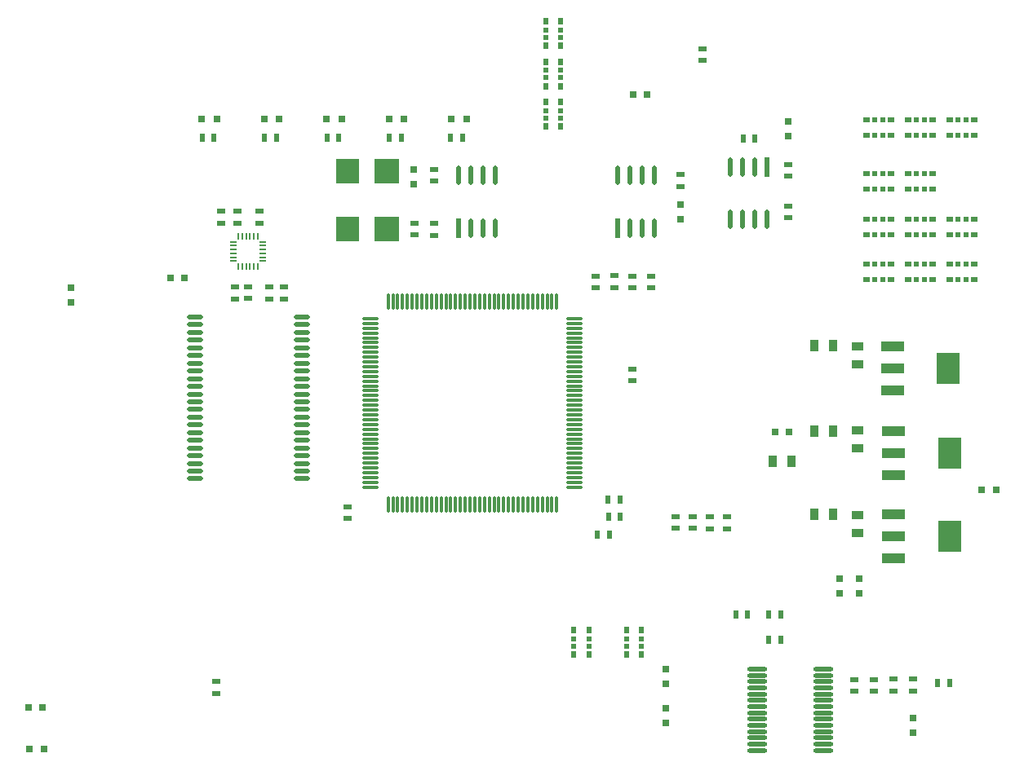
<source format=gtp>
%FSLAX43Y43*%
%MOMM*%
G71*
G01*
G75*
G04 Layer_Color=8421504*
%ADD10R,0.650X0.600*%
%ADD11R,0.500X0.600*%
%ADD12R,0.800X0.800*%
%ADD13R,0.900X1.300*%
%ADD14R,1.300X0.900*%
%ADD15R,0.800X0.800*%
%ADD16R,0.850X0.600*%
%ADD17R,0.600X0.850*%
%ADD18R,0.600X0.650*%
%ADD19R,0.600X0.500*%
%ADD20O,1.800X0.300*%
%ADD21O,0.300X1.800*%
%ADD22O,2.100X0.450*%
%ADD23R,2.400X3.300*%
%ADD24R,2.400X1.000*%
%ADD25O,0.510X2.000*%
%ADD26R,0.510X2.000*%
%ADD27R,2.400X2.500*%
%ADD28R,2.500X2.500*%
%ADD29O,1.650X0.550*%
%ADD30O,0.700X0.200*%
%ADD31O,0.200X0.700*%
%ADD32C,0.254*%
%ADD33C,0.200*%
%ADD34C,1.000*%
%ADD35C,0.250*%
%ADD36C,1.500*%
%ADD37C,0.500*%
%ADD38C,0.245*%
%ADD39O,1.800X1.524*%
%ADD40O,1.800X1.500*%
%ADD41O,5.000X4.000*%
%ADD42C,3.000*%
%ADD43P,1.524X8X112.5*%
%ADD44C,0.600*%
%ADD45C,5.000*%
%ADD46C,1.700*%
%ADD47O,1.700X3.556*%
G04:AMPARAMS|DCode=48|XSize=2.032mm|YSize=1.524mm|CornerRadius=0mm|HoleSize=0mm|Usage=FLASHONLY|Rotation=270.000|XOffset=0mm|YOffset=0mm|HoleType=Round|Shape=Octagon|*
%AMOCTAGOND48*
4,1,8,-0.381,-1.016,0.381,-1.016,0.762,-0.635,0.762,0.635,0.381,1.016,-0.381,1.016,-0.762,0.635,-0.762,-0.635,-0.381,-1.016,0.0*
%
%ADD48OCTAGOND48*%

%ADD49O,2.400X1.800*%
%ADD50R,2.400X1.800*%
G04:AMPARAMS|DCode=51|XSize=1.2mm|YSize=1.6mm|CornerRadius=0.3mm|HoleSize=0mm|Usage=FLASHONLY|Rotation=270.000|XOffset=0mm|YOffset=0mm|HoleType=Round|Shape=RoundedRectangle|*
%AMROUNDEDRECTD51*
21,1,1.200,1.000,0,0,270.0*
21,1,0.600,1.600,0,0,270.0*
1,1,0.600,-0.500,-0.300*
1,1,0.600,-0.500,0.300*
1,1,0.600,0.500,0.300*
1,1,0.600,0.500,-0.300*
%
%ADD51ROUNDEDRECTD51*%
%ADD52R,1.600X1.200*%
%ADD53C,1.397*%
%ADD54C,3.800*%
%ADD55O,1.600X1.900*%
%ADD56R,1.600X1.900*%
%ADD57C,2.032*%
%ADD58R,2.032X2.032*%
%ADD59C,1.500*%
%ADD60R,1.500X1.500*%
%ADD61R,1.500X1.500*%
%ADD62C,2.500*%
%ADD63P,2.337X8X202.5*%
%ADD64C,0.700*%
%ADD65C,1.000*%
%ADD66C,0.255*%
%ADD67C,0.800*%
%ADD68C,0.178*%
%ADD69C,0.860*%
%ADD70C,0.127*%
%ADD71C,0.600*%
%ADD72C,0.152*%
%ADD73C,0.203*%
%ADD74C,0.762*%
%ADD75C,0.051*%
%ADD76C,0.120*%
%ADD77C,0.150*%
%ADD78R,17.755X3.175*%
%ADD79R,2.159X1.905*%
%ADD80R,0.508X0.508*%
%ADD81R,1.778X0.254*%
D10*
X164597Y144564D02*
D03*
X162047D02*
D03*
X164597Y142964D02*
D03*
X162047D02*
D03*
X168915Y144564D02*
D03*
X166365D02*
D03*
X168915Y142964D02*
D03*
X166365D02*
D03*
X173233Y144564D02*
D03*
X170683D02*
D03*
X173233Y142964D02*
D03*
X170683D02*
D03*
X164597Y138976D02*
D03*
X162047D02*
D03*
X164597Y137376D02*
D03*
X162047D02*
D03*
X168915Y138976D02*
D03*
X166365D02*
D03*
X168915Y137376D02*
D03*
X166365D02*
D03*
X164597Y134277D02*
D03*
X162047D02*
D03*
X164597Y132677D02*
D03*
X162047D02*
D03*
X164597Y129578D02*
D03*
X162047D02*
D03*
X164597Y127978D02*
D03*
X162047D02*
D03*
X168915Y129578D02*
D03*
X166365D02*
D03*
X168915Y127978D02*
D03*
X166365D02*
D03*
X173233Y129578D02*
D03*
X170683D02*
D03*
X173233Y127978D02*
D03*
X170683D02*
D03*
X168915Y134277D02*
D03*
X166365D02*
D03*
X168915Y132677D02*
D03*
X166365D02*
D03*
X173233Y134277D02*
D03*
X170683D02*
D03*
X173233Y132677D02*
D03*
X170683D02*
D03*
D11*
X163722Y144564D02*
D03*
X162922D02*
D03*
X163722Y142964D02*
D03*
X162922D02*
D03*
X168040Y144564D02*
D03*
X167240D02*
D03*
X168040Y142964D02*
D03*
X167240D02*
D03*
X172358Y144564D02*
D03*
X171558D02*
D03*
X172358Y142964D02*
D03*
X171558D02*
D03*
X163722Y138976D02*
D03*
X162922D02*
D03*
X163722Y137376D02*
D03*
X162922D02*
D03*
X168040Y138976D02*
D03*
X167240D02*
D03*
X168040Y137376D02*
D03*
X167240D02*
D03*
X163722Y134277D02*
D03*
X162922D02*
D03*
X163722Y132677D02*
D03*
X162922D02*
D03*
X163722Y129578D02*
D03*
X162922D02*
D03*
X163722Y127978D02*
D03*
X162922D02*
D03*
X168040Y129578D02*
D03*
X167240D02*
D03*
X168040Y127978D02*
D03*
X167240D02*
D03*
X172358Y129578D02*
D03*
X171558D02*
D03*
X172358Y127978D02*
D03*
X171558D02*
D03*
X168040Y134277D02*
D03*
X167240D02*
D03*
X168040Y132677D02*
D03*
X167240D02*
D03*
X172358Y134277D02*
D03*
X171558D02*
D03*
X172358Y132677D02*
D03*
X171558D02*
D03*
D12*
X141224Y81927D02*
D03*
Y83427D02*
D03*
Y87491D02*
D03*
Y85991D02*
D03*
X166878Y82411D02*
D03*
Y80911D02*
D03*
X115062Y137934D02*
D03*
Y139434D02*
D03*
X79502Y125615D02*
D03*
Y127115D02*
D03*
X142748Y134251D02*
D03*
Y135751D02*
D03*
X161290Y95389D02*
D03*
Y96889D02*
D03*
X159258Y95389D02*
D03*
Y96889D02*
D03*
X153924Y142887D02*
D03*
Y144387D02*
D03*
D13*
X154239Y109093D02*
D03*
X152339D02*
D03*
X158557Y112268D02*
D03*
X156657D02*
D03*
X158557Y103632D02*
D03*
X156657D02*
D03*
X158557Y121158D02*
D03*
X156657D02*
D03*
D14*
X161163Y121092D02*
D03*
Y119192D02*
D03*
Y103566D02*
D03*
Y101666D02*
D03*
Y112329D02*
D03*
Y110429D02*
D03*
D15*
X154039Y112141D02*
D03*
X152539D02*
D03*
X91301Y128143D02*
D03*
X89801D02*
D03*
X75069Y83566D02*
D03*
X76569D02*
D03*
X139307Y147193D02*
D03*
X137807D02*
D03*
X175502Y106172D02*
D03*
X174002D02*
D03*
X75196Y79248D02*
D03*
X76696D02*
D03*
X120561Y144653D02*
D03*
X118961D02*
D03*
X114084D02*
D03*
X112484D02*
D03*
X107607D02*
D03*
X106007D02*
D03*
X101130D02*
D03*
X99530D02*
D03*
X94653D02*
D03*
X93053D02*
D03*
D16*
X139700Y127127D02*
D03*
Y128371D02*
D03*
X137795Y117475D02*
D03*
Y118719D02*
D03*
X108204Y104394D02*
D03*
Y103150D02*
D03*
X137795Y127127D02*
D03*
Y128371D02*
D03*
X115189Y133858D02*
D03*
Y132614D02*
D03*
X142748Y137668D02*
D03*
Y138912D02*
D03*
X133985Y127127D02*
D03*
Y128371D02*
D03*
X135890Y128397D02*
D03*
Y127153D02*
D03*
X153924Y139954D02*
D03*
Y138710D02*
D03*
X160782Y85217D02*
D03*
Y86461D02*
D03*
X164846Y86487D02*
D03*
Y85243D02*
D03*
X162814Y85217D02*
D03*
Y86461D02*
D03*
X166878Y86487D02*
D03*
Y85243D02*
D03*
X94615Y86233D02*
D03*
Y84989D02*
D03*
X117221Y139446D02*
D03*
Y138202D02*
D03*
X145034Y150749D02*
D03*
Y151993D02*
D03*
X117221Y132588D02*
D03*
Y133832D02*
D03*
X147574Y102108D02*
D03*
Y103352D02*
D03*
X145796Y102108D02*
D03*
Y103352D02*
D03*
X144018Y103378D02*
D03*
Y102134D02*
D03*
X142240Y103378D02*
D03*
Y102134D02*
D03*
X153924Y135636D02*
D03*
Y134392D02*
D03*
X99060Y133871D02*
D03*
Y135115D02*
D03*
X101600Y125975D02*
D03*
Y127219D02*
D03*
X100076Y127219D02*
D03*
Y125975D02*
D03*
X96520Y127241D02*
D03*
Y125997D02*
D03*
X97917Y127254D02*
D03*
Y126010D02*
D03*
X95123Y133858D02*
D03*
Y135102D02*
D03*
X96774Y133858D02*
D03*
Y135102D02*
D03*
D17*
X135255Y105156D02*
D03*
X136499D02*
D03*
X134112Y101473D02*
D03*
X135356D02*
D03*
X136525Y103378D02*
D03*
X135281D02*
D03*
X149733Y93218D02*
D03*
X148489D02*
D03*
X151892D02*
D03*
X153136D02*
D03*
X169418Y86106D02*
D03*
X170662D02*
D03*
X120142Y142748D02*
D03*
X118898D02*
D03*
X113792D02*
D03*
X112548D02*
D03*
X107315D02*
D03*
X106071D02*
D03*
X100838D02*
D03*
X99594D02*
D03*
X94361D02*
D03*
X93117D02*
D03*
X150495Y142621D02*
D03*
X149251D02*
D03*
X153162Y90551D02*
D03*
X151918D02*
D03*
D18*
X128740Y154818D02*
D03*
Y152268D02*
D03*
X130340Y154818D02*
D03*
Y152268D02*
D03*
X128740Y146436D02*
D03*
Y143886D02*
D03*
X130340Y146436D02*
D03*
Y143886D02*
D03*
X128740Y148077D02*
D03*
Y150627D02*
D03*
X130340Y148077D02*
D03*
Y150627D02*
D03*
X133261Y89022D02*
D03*
Y91572D02*
D03*
X131661Y89022D02*
D03*
Y91572D02*
D03*
X138722Y89022D02*
D03*
Y91572D02*
D03*
X137122Y89022D02*
D03*
Y91572D02*
D03*
D19*
X128740Y153943D02*
D03*
Y153143D02*
D03*
X130340Y153943D02*
D03*
Y153143D02*
D03*
X128740Y145561D02*
D03*
Y144761D02*
D03*
X130340Y145561D02*
D03*
Y144761D02*
D03*
X128740Y148952D02*
D03*
Y149752D02*
D03*
X130340Y148952D02*
D03*
Y149752D02*
D03*
X133261Y89897D02*
D03*
Y90697D02*
D03*
X131661Y89897D02*
D03*
Y90697D02*
D03*
X138722Y89897D02*
D03*
Y90697D02*
D03*
X137122Y89897D02*
D03*
Y90697D02*
D03*
D20*
X110608Y106439D02*
D03*
Y106939D02*
D03*
Y107439D02*
D03*
Y107939D02*
D03*
Y108439D02*
D03*
Y108939D02*
D03*
Y109439D02*
D03*
Y109939D02*
D03*
Y110439D02*
D03*
Y110939D02*
D03*
Y111439D02*
D03*
Y111939D02*
D03*
Y112439D02*
D03*
Y112939D02*
D03*
Y113439D02*
D03*
Y113939D02*
D03*
Y114439D02*
D03*
Y114939D02*
D03*
Y115439D02*
D03*
Y115939D02*
D03*
Y116439D02*
D03*
Y116939D02*
D03*
Y117439D02*
D03*
Y117939D02*
D03*
Y118439D02*
D03*
Y118939D02*
D03*
Y119439D02*
D03*
Y119939D02*
D03*
Y120439D02*
D03*
Y120939D02*
D03*
Y121439D02*
D03*
Y121939D02*
D03*
Y122439D02*
D03*
Y122939D02*
D03*
Y123439D02*
D03*
Y123939D02*
D03*
X131708D02*
D03*
Y123439D02*
D03*
Y122939D02*
D03*
Y122439D02*
D03*
Y121939D02*
D03*
Y121439D02*
D03*
Y120939D02*
D03*
Y120439D02*
D03*
Y119939D02*
D03*
Y119439D02*
D03*
Y118939D02*
D03*
Y118439D02*
D03*
Y117939D02*
D03*
Y117439D02*
D03*
Y116939D02*
D03*
Y116439D02*
D03*
Y115939D02*
D03*
Y115439D02*
D03*
Y114939D02*
D03*
Y114439D02*
D03*
Y113939D02*
D03*
Y113439D02*
D03*
Y112939D02*
D03*
Y112439D02*
D03*
Y111939D02*
D03*
Y111439D02*
D03*
Y110939D02*
D03*
Y110439D02*
D03*
Y109939D02*
D03*
Y109439D02*
D03*
Y108939D02*
D03*
Y108439D02*
D03*
Y107939D02*
D03*
Y107439D02*
D03*
Y106939D02*
D03*
Y106439D02*
D03*
D21*
X112408Y125739D02*
D03*
X112908D02*
D03*
X113408D02*
D03*
X113908D02*
D03*
X114408D02*
D03*
X114908D02*
D03*
X115408D02*
D03*
X115908D02*
D03*
X116408D02*
D03*
X116908D02*
D03*
X117408D02*
D03*
X117908D02*
D03*
X118408D02*
D03*
X118908D02*
D03*
X119408D02*
D03*
X119908D02*
D03*
X120408D02*
D03*
X120908D02*
D03*
X121408D02*
D03*
X121908D02*
D03*
X122408D02*
D03*
X122908D02*
D03*
X123408D02*
D03*
X123908D02*
D03*
X124408D02*
D03*
X124908D02*
D03*
X125408D02*
D03*
X125908D02*
D03*
X126408D02*
D03*
X126908D02*
D03*
X127408D02*
D03*
X127908D02*
D03*
X128408D02*
D03*
X128908D02*
D03*
X129408D02*
D03*
X129908D02*
D03*
Y104639D02*
D03*
X129408D02*
D03*
X128908D02*
D03*
X128408D02*
D03*
X127908D02*
D03*
X127408D02*
D03*
X126908D02*
D03*
X126408D02*
D03*
X125908D02*
D03*
X125408D02*
D03*
X124908D02*
D03*
X124408D02*
D03*
X123908D02*
D03*
X123408D02*
D03*
X122908D02*
D03*
X122408D02*
D03*
X121908D02*
D03*
X121408D02*
D03*
X120908D02*
D03*
X120408D02*
D03*
X119908D02*
D03*
X119408D02*
D03*
X118908D02*
D03*
X118408D02*
D03*
X117908D02*
D03*
X117408D02*
D03*
X116908D02*
D03*
X116408D02*
D03*
X115908D02*
D03*
X115408D02*
D03*
X114908D02*
D03*
X114408D02*
D03*
X113908D02*
D03*
X113408D02*
D03*
X112908D02*
D03*
X112408D02*
D03*
D22*
X150703Y87530D02*
D03*
Y86880D02*
D03*
Y86230D02*
D03*
Y85580D02*
D03*
Y84930D02*
D03*
Y84280D02*
D03*
Y83630D02*
D03*
Y82980D02*
D03*
Y82330D02*
D03*
Y81680D02*
D03*
Y81030D02*
D03*
Y80380D02*
D03*
Y79730D02*
D03*
Y79080D02*
D03*
X157603Y87530D02*
D03*
Y86880D02*
D03*
Y86230D02*
D03*
Y85580D02*
D03*
Y84930D02*
D03*
Y84280D02*
D03*
Y83630D02*
D03*
Y82980D02*
D03*
Y82330D02*
D03*
Y81680D02*
D03*
Y81030D02*
D03*
Y80380D02*
D03*
Y79730D02*
D03*
Y79080D02*
D03*
D23*
X170540Y118745D02*
D03*
X170667Y101346D02*
D03*
Y109982D02*
D03*
D24*
X164740Y116445D02*
D03*
Y118745D02*
D03*
Y121045D02*
D03*
X164867Y99046D02*
D03*
Y101346D02*
D03*
Y103646D02*
D03*
Y107682D02*
D03*
Y109982D02*
D03*
Y112282D02*
D03*
D25*
X140081Y138790D02*
D03*
X138811D02*
D03*
X137541D02*
D03*
X136271D02*
D03*
X140081Y133350D02*
D03*
X138811D02*
D03*
X137541D02*
D03*
X147955Y134260D02*
D03*
X149225D02*
D03*
X150495D02*
D03*
X151765D02*
D03*
X147955Y139700D02*
D03*
X149225D02*
D03*
X150495D02*
D03*
X123571Y138790D02*
D03*
X122301D02*
D03*
X121031D02*
D03*
X119761D02*
D03*
X123571Y133350D02*
D03*
X122301D02*
D03*
X121031D02*
D03*
D26*
X136271D02*
D03*
X151765Y139700D02*
D03*
X119761Y133350D02*
D03*
D27*
X108236Y133271D02*
D03*
Y139271D02*
D03*
D28*
X112236D02*
D03*
Y133271D02*
D03*
D29*
X103492Y107297D02*
D03*
Y108097D02*
D03*
Y108897D02*
D03*
Y109697D02*
D03*
Y110497D02*
D03*
Y111297D02*
D03*
Y112097D02*
D03*
Y112897D02*
D03*
Y113697D02*
D03*
Y114497D02*
D03*
Y115297D02*
D03*
Y116097D02*
D03*
Y116897D02*
D03*
Y117697D02*
D03*
Y118497D02*
D03*
Y119297D02*
D03*
Y120097D02*
D03*
Y120897D02*
D03*
Y121697D02*
D03*
Y122497D02*
D03*
Y123297D02*
D03*
Y124097D02*
D03*
X92342Y107297D02*
D03*
Y108097D02*
D03*
Y108897D02*
D03*
Y109697D02*
D03*
Y110497D02*
D03*
Y111297D02*
D03*
Y112097D02*
D03*
Y112897D02*
D03*
Y113697D02*
D03*
Y114497D02*
D03*
Y115297D02*
D03*
Y116097D02*
D03*
Y116897D02*
D03*
Y117697D02*
D03*
Y118497D02*
D03*
Y119297D02*
D03*
Y120097D02*
D03*
Y120897D02*
D03*
Y121697D02*
D03*
Y122497D02*
D03*
Y123297D02*
D03*
Y124097D02*
D03*
D30*
X99426Y129911D02*
D03*
X99426Y130311D02*
D03*
X99426Y130711D02*
D03*
X99426Y131111D02*
D03*
X99426Y131511D02*
D03*
X99426Y131911D02*
D03*
X96326D02*
D03*
X96326Y131511D02*
D03*
X96326Y131111D02*
D03*
Y130711D02*
D03*
X96326Y130311D02*
D03*
X96326Y129911D02*
D03*
D31*
X98876Y132461D02*
D03*
X98476D02*
D03*
X98076Y132461D02*
D03*
X97676D02*
D03*
X97276Y132461D02*
D03*
X96876Y132461D02*
D03*
X96876Y129361D02*
D03*
X97276D02*
D03*
X97676D02*
D03*
X98076D02*
D03*
X98476D02*
D03*
X98876D02*
D03*
M02*

</source>
